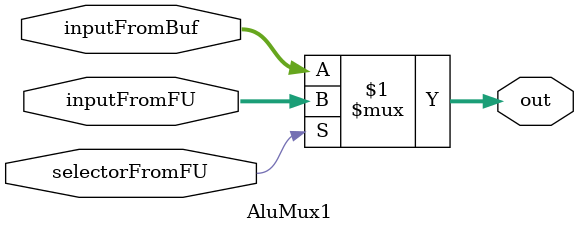
<source format=v>
module AluMux1 (inputFromBuf,inputFromFU,selectorFromFU,out);
    
    input [15:0] inputFromBuf,inputFromFU;
    input selectorFromFU;
    output [15:0] out;

    assign out = ((selectorFromFU) ? inputFromFU : inputFromBuf);

endmodule
</source>
